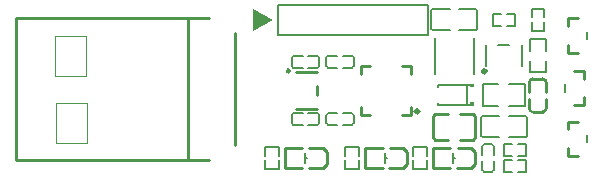
<source format=gto>
G04 Layer: TopSilkLayer*
G04 EasyEDA v6.4.25, 2021-11-13T21:47:53+08:00*
G04 5f2a3f83ced14d76a3667b2aff7d93ec,987c639a94b84ffc8c6145f2c3ae8d38,10*
G04 Gerber Generator version 0.2*
G04 Scale: 100 percent, Rotated: No, Reflected: No *
G04 Dimensions in millimeters *
G04 leading zeros omitted , absolute positions ,4 integer and 5 decimal *
%FSLAX45Y45*%
%MOMM*%

%ADD10C,0.2540*%
%ADD11C,0.2000*%
%ADD36C,0.1524*%
%ADD37C,0.1016*%
%ADD38C,0.2030*%
%ADD39C,0.1500*%
%ADD40C,0.2032*%
%ADD41C,0.2030*%
%ADD42C,0.3000*%

%LPD*%
G36*
X1186992Y17064024D02*
G01*
X1186992Y16873016D01*
X1352346Y16968520D01*
G37*
G36*
X3023006Y16270630D02*
G01*
X3023006Y16241166D01*
X3053486Y16241166D01*
X3053486Y16270630D01*
G37*
G36*
X3023006Y16429634D02*
G01*
X3023006Y16400119D01*
X3053486Y16400119D01*
X3053486Y16429634D01*
G37*
D36*
X3332614Y17019826D02*
G01*
X3404417Y17019826D01*
X3404417Y16920105D01*
X3332614Y16920105D01*
X3287372Y17019826D02*
G01*
X3215568Y17019826D01*
X3215568Y16920105D01*
X3287372Y16920105D01*
X3131372Y15974606D02*
G01*
X3272373Y15974606D01*
X3272373Y16155327D02*
G01*
X3131372Y16155327D01*
X3116132Y16140087D02*
G01*
X3116132Y15989846D01*
X3493612Y15974606D02*
G01*
X3352612Y15974606D01*
X3352612Y16155327D02*
G01*
X3493612Y16155327D01*
X3508852Y16140087D02*
G01*
X3508852Y15989846D01*
D10*
X3637470Y16190965D02*
G01*
X3557468Y16190965D01*
X3668455Y16301940D02*
G01*
X3668455Y16221943D01*
X3526490Y16301940D02*
G01*
X3526490Y16221943D01*
X3669037Y16359530D02*
G01*
X3669037Y16439530D01*
X3638054Y16470513D02*
G01*
X3558057Y16470513D01*
X3527077Y16359530D02*
G01*
X3527077Y16439530D01*
D36*
X2708874Y16879605D02*
G01*
X2849874Y16879605D01*
X2849874Y17060326D02*
G01*
X2708874Y17060326D01*
X2693634Y17045086D02*
G01*
X2693634Y16894845D01*
X3071113Y16879605D02*
G01*
X2930113Y16879605D01*
X2930113Y17060326D02*
G01*
X3071113Y17060326D01*
X3086354Y17045086D02*
G01*
X3086354Y16894845D01*
X3427618Y15917318D02*
G01*
X3499418Y15917318D01*
X3499418Y15817608D01*
X3427618Y15817608D01*
X3382378Y15917318D02*
G01*
X3310575Y15917318D01*
X3310575Y15817608D01*
X3382378Y15817608D01*
D10*
X1035994Y15912457D02*
G01*
X1035994Y16857499D01*
X636490Y15779163D02*
G01*
X636490Y16983123D01*
X-821786Y15781703D02*
G01*
X-821786Y16981700D01*
X816513Y15779163D02*
G01*
X-821786Y15779163D01*
X813973Y16983123D02*
G01*
X-821786Y16983123D01*
D37*
X-219806Y15929023D02*
G01*
X-481426Y15929023D01*
X-481426Y16266843D01*
X-219806Y16266843D01*
X-219806Y15929023D01*
X-224886Y16497983D02*
G01*
X-486506Y16497983D01*
X-486506Y16835803D01*
X-224886Y16835803D01*
X-224886Y16497983D01*
D36*
X1820656Y16565112D02*
G01*
X1899668Y16565112D01*
X1899668Y16664823D02*
G01*
X1820656Y16664823D01*
X1805421Y16649578D02*
G01*
X1805421Y16580347D01*
X2023894Y16565112D02*
G01*
X1944885Y16565112D01*
X1944885Y16664823D02*
G01*
X2023894Y16664823D01*
X2039129Y16649578D02*
G01*
X2039129Y16580347D01*
X1820664Y16080110D02*
G01*
X1899640Y16080110D01*
X1899640Y16179825D02*
G01*
X1820664Y16179825D01*
X1805419Y16164590D02*
G01*
X1805419Y16095339D01*
X2023887Y16080110D02*
G01*
X1944877Y16080110D01*
X1944877Y16179825D02*
G01*
X2023887Y16179825D01*
X2039132Y16164590D02*
G01*
X2039132Y16095339D01*
D10*
X1727502Y16527472D02*
G01*
X1547500Y16527472D01*
X1727502Y16412474D02*
G01*
X1727502Y16332471D01*
X1727502Y16217470D02*
G01*
X1547500Y16217470D01*
D36*
X1528366Y16565107D02*
G01*
X1607375Y16565107D01*
X1607375Y16664828D02*
G01*
X1528366Y16664828D01*
X1513126Y16649588D02*
G01*
X1513126Y16580347D01*
X1731627Y16565107D02*
G01*
X1652617Y16565107D01*
X1652617Y16664828D02*
G01*
X1731627Y16664828D01*
X1746867Y16649588D02*
G01*
X1746867Y16580347D01*
X1528366Y16080107D02*
G01*
X1607375Y16080107D01*
X1607375Y16179827D02*
G01*
X1528366Y16179827D01*
X1513126Y16164587D02*
G01*
X1513126Y16095347D01*
X1731627Y16080107D02*
G01*
X1652617Y16080107D01*
X1652617Y16179827D02*
G01*
X1731627Y16179827D01*
X1746867Y16164587D02*
G01*
X1746867Y16095347D01*
D10*
X1453466Y15886341D02*
G01*
X1453466Y15713621D01*
X1453466Y15713621D02*
G01*
X1600786Y15713621D01*
X1453466Y15886341D02*
G01*
X1600786Y15886341D01*
X1659206Y15713621D02*
G01*
X1776046Y15713621D01*
X1661746Y15886341D02*
G01*
X1776046Y15886341D01*
X1776046Y15886341D02*
G01*
X1811606Y15850781D01*
X1811606Y15749181D01*
X1776046Y15713621D01*
D38*
X1622376Y15840621D02*
G01*
X1622376Y15761881D01*
X1622376Y15800776D02*
G01*
X1639912Y15800776D01*
D39*
X2087499Y15704980D02*
G01*
X1967494Y15704980D01*
X2087499Y15781980D02*
G01*
X2087499Y15704980D01*
X2087499Y15894982D02*
G01*
X1967494Y15894982D01*
X2087499Y15817982D02*
G01*
X2087499Y15894982D01*
X1967494Y15817982D02*
G01*
X1967494Y15894982D01*
X1967494Y15781980D02*
G01*
X1967494Y15704980D01*
X1405001Y15704980D02*
G01*
X1284996Y15704980D01*
X1405001Y15781980D02*
G01*
X1405001Y15704980D01*
X1405001Y15894982D02*
G01*
X1284996Y15894982D01*
X1405001Y15817982D02*
G01*
X1405001Y15894982D01*
X1284996Y15817982D02*
G01*
X1284996Y15894982D01*
X1284996Y15781980D02*
G01*
X1284996Y15704980D01*
D10*
X2099995Y16162467D02*
G01*
X2099995Y16235840D01*
X2519994Y16511633D02*
G01*
X2519994Y16582466D01*
X2519994Y16162467D02*
G01*
X2519994Y16235332D01*
X2173368Y16582466D02*
G01*
X2099995Y16582466D01*
X2519994Y16582466D02*
G01*
X2449669Y16582466D01*
X2173368Y16162467D02*
G01*
X2099995Y16162467D01*
X2519994Y16162467D02*
G01*
X2449669Y16162467D01*
X2099995Y16512141D02*
G01*
X2099995Y16582466D01*
D36*
X3224855Y15698337D02*
G01*
X3224855Y15777347D01*
X3125134Y15777347D02*
G01*
X3125134Y15698337D01*
X3140374Y15683097D02*
G01*
X3209615Y15683097D01*
X3224855Y15901598D02*
G01*
X3224855Y15822589D01*
X3125134Y15822589D02*
G01*
X3125134Y15901598D01*
X3140374Y15916838D02*
G01*
X3209615Y15916838D01*
X3030618Y16248766D02*
G01*
X2749384Y16248766D01*
X2749384Y16248766D02*
G01*
X2749384Y16265565D01*
X3030618Y16422004D02*
G01*
X2749384Y16422004D01*
X2749384Y16422004D02*
G01*
X2749384Y16405204D01*
X2994931Y16248766D02*
G01*
X2994931Y16422004D01*
D40*
X2725714Y16812166D02*
G01*
X2725714Y16512166D01*
X3054278Y16812709D02*
G01*
X3054278Y16512710D01*
D10*
X2940004Y15955736D02*
G01*
X3045002Y15955736D01*
X2940004Y16171738D02*
G01*
X3045002Y16171738D01*
X2840004Y15955736D02*
G01*
X2735005Y15955736D01*
X2840004Y16171738D02*
G01*
X2735005Y16171738D01*
X3068002Y15973739D02*
G01*
X3068002Y16153737D01*
X2712006Y15973739D02*
G01*
X2712006Y16153737D01*
X2735005Y15955736D02*
G01*
X2730007Y15955736D01*
X2712006Y15973737D01*
X3045002Y15955736D02*
G01*
X3049998Y15955736D01*
X3068002Y15973739D01*
X2735005Y16171738D02*
G01*
X2730007Y16171738D01*
X2712006Y16153737D01*
X3045002Y16171738D02*
G01*
X3050001Y16171738D01*
X3068002Y16153737D01*
X3903482Y16538465D02*
G01*
X3984990Y16538465D01*
X3984990Y16472476D01*
X3984990Y16312456D02*
G01*
X3984990Y16246467D01*
X3984990Y16312456D01*
X3984990Y16246467D01*
X3903482Y16246467D01*
D11*
X3829999Y16422463D02*
G01*
X3829999Y16362469D01*
D10*
X3936502Y16691467D02*
G01*
X3854993Y16691467D01*
X3854993Y16757456D01*
X3854993Y16917476D02*
G01*
X3854993Y16983466D01*
X3854993Y16917476D01*
X3854993Y16983466D01*
X3936502Y16983466D01*
D11*
X4009984Y16807469D02*
G01*
X4009984Y16867464D01*
D10*
X3936502Y15816468D02*
G01*
X3854993Y15816468D01*
X3854993Y15882457D01*
X3854993Y16042477D02*
G01*
X3854993Y16108466D01*
X3854993Y16042477D01*
X3854993Y16108466D01*
X3936502Y16108466D01*
D11*
X4009984Y15932470D02*
G01*
X4009984Y15992464D01*
D36*
X3357613Y16243256D02*
G01*
X3486106Y16243256D01*
X3486106Y16426675D01*
X3357613Y16426675D01*
X3262373Y16243256D02*
G01*
X3133879Y16243256D01*
X3133879Y16426675D01*
X3262373Y16426675D01*
X3427615Y15782328D02*
G01*
X3499418Y15782328D01*
X3499418Y15682607D01*
X3427615Y15682607D01*
X3382373Y15782328D02*
G01*
X3310569Y15782328D01*
X3310569Y15682607D01*
X3382373Y15682607D01*
X3465113Y16574848D02*
G01*
X3465113Y16755087D01*
X3154873Y16574848D02*
G01*
X3154873Y16755087D01*
X3355533Y16755087D02*
G01*
X3264453Y16755087D01*
D10*
X2135964Y15886341D02*
G01*
X2135964Y15713621D01*
X2135964Y15713621D02*
G01*
X2283284Y15713621D01*
X2135964Y15886341D02*
G01*
X2283284Y15886341D01*
X2341704Y15713621D02*
G01*
X2458544Y15713621D01*
X2344244Y15886341D02*
G01*
X2458544Y15886341D01*
X2458544Y15886341D02*
G01*
X2494104Y15850781D01*
X2494104Y15749181D01*
X2458544Y15713621D01*
D38*
X2304874Y15840621D02*
G01*
X2304874Y15761881D01*
X2304874Y15800776D02*
G01*
X2322410Y15800776D01*
D10*
X2710934Y15886341D02*
G01*
X2710934Y15713621D01*
X2710934Y15713621D02*
G01*
X2858254Y15713621D01*
X2710934Y15886341D02*
G01*
X2858254Y15886341D01*
X2916674Y15713621D02*
G01*
X3033514Y15713621D01*
X2919214Y15886341D02*
G01*
X3033514Y15886341D01*
X3033514Y15886341D02*
G01*
X3069074Y15850781D01*
X3069074Y15749181D01*
X3033514Y15713621D01*
D38*
X2879844Y15840621D02*
G01*
X2879844Y15761881D01*
X2879844Y15800776D02*
G01*
X2897380Y15800776D01*
D36*
X3663553Y16707589D02*
G01*
X3663553Y16803476D01*
X3531433Y16803476D01*
X3531433Y16707589D01*
X3663553Y16622346D02*
G01*
X3663553Y16526459D01*
X3531433Y16526459D01*
X3531433Y16622346D01*
X3647353Y16947344D02*
G01*
X3647353Y16875541D01*
X3547633Y16875541D01*
X3547633Y16947344D01*
X3647353Y16992587D02*
G01*
X3647353Y17064390D01*
X3547633Y17064390D01*
X3547633Y16992587D01*
D39*
X2662511Y15704980D02*
G01*
X2542506Y15704980D01*
X2662511Y15781980D02*
G01*
X2662511Y15704980D01*
X2662511Y15894982D02*
G01*
X2542506Y15894982D01*
X2662511Y15817982D02*
G01*
X2662511Y15894982D01*
X2542506Y15817982D02*
G01*
X2542506Y15894982D01*
X2542506Y15781980D02*
G01*
X2542506Y15704980D01*
D40*
X1585501Y17097009D02*
G01*
X1395001Y17097009D01*
X1395001Y16843009D01*
X2665001Y16843009D01*
X2665001Y17097009D01*
D41*
X2665001Y17097009D02*
G01*
X1585501Y17097009D01*
D36*
G75*
G01*
X3131373Y16155327D02*
G03*
X3116133Y16140087I0J-15240D01*
G75*
G01*
X3116133Y15989846D02*
G03*
X3131373Y15974606I15240J0D01*
G75*
G01*
X3493613Y16155327D02*
G02*
X3508853Y16140087I0J-15240D01*
G75*
G01*
X3508853Y15989846D02*
G02*
X3493613Y15974606I-15240J0D01*
D10*
G75*
G01*
X3638055Y16470518D02*
G02*
X3669038Y16439535I0J-30983D01*
G75*
G01*
X3527072Y16439535D02*
G02*
X3558057Y16470518I30983J0D01*
G75*
G01*
X3668456Y16221949D02*
G02*
X3637471Y16190966I-30983J0D01*
G75*
G01*
X3557473Y16190966D02*
G02*
X3526490Y16221949I0J30983D01*
D36*
G75*
G01*
X2708874Y17060327D02*
G03*
X2693634Y17045087I0J-15240D01*
G75*
G01*
X2693634Y16894846D02*
G03*
X2708874Y16879606I15240J0D01*
G75*
G01*
X3071114Y17060327D02*
G02*
X3086354Y17045087I0J-15240D01*
G75*
G01*
X3086354Y16894846D02*
G02*
X3071114Y16879606I-15240J0D01*
G75*
G01*
X1820657Y16664823D02*
G03*
X1805422Y16649578I5J-15240D01*
G75*
G01*
X1805422Y16580348D02*
G03*
X1820657Y16565113I15240J5D01*
G75*
G01*
X2023895Y16664823D02*
G02*
X2039130Y16649578I-5J-15240D01*
G75*
G01*
X2039130Y16580348D02*
G02*
X2023895Y16565113I-15240J5D01*
G75*
G01*
X1820664Y16179825D02*
G03*
X1805419Y16164590I-5J-15240D01*
G75*
G01*
X1805419Y16095340D02*
G03*
X1820664Y16080110I15240J10D01*
G75*
G01*
X2023887Y16179825D02*
G02*
X2039132Y16164590I5J-15240D01*
G75*
G01*
X2039132Y16095340D02*
G02*
X2023887Y16080110I-15240J10D01*
G75*
G01*
X1528366Y16664828D02*
G03*
X1513126Y16649588I0J-15240D01*
G75*
G01*
X1513126Y16580348D02*
G03*
X1528366Y16565108I15240J0D01*
G75*
G01*
X1731627Y16664828D02*
G02*
X1746867Y16649588I0J-15240D01*
G75*
G01*
X1746867Y16580348D02*
G02*
X1731627Y16565108I-15240J0D01*
G75*
G01*
X1528366Y16179828D02*
G03*
X1513126Y16164588I0J-15240D01*
G75*
G01*
X1513126Y16095348D02*
G03*
X1528366Y16080108I15240J0D01*
G75*
G01*
X1731627Y16179828D02*
G02*
X1746867Y16164588I0J-15240D01*
G75*
G01*
X1746867Y16095348D02*
G02*
X1731627Y16080108I-15240J0D01*
D42*
G75*
G01*
X2558915Y16192127D02*
G03*
X2558915Y16192381I15001J127D01*
D36*
G75*
G01*
X3125135Y15698338D02*
G03*
X3140375Y15683098I15240J0D01*
G75*
G01*
X3209615Y15683098D02*
G03*
X3224855Y15698338I0J15240D01*
G75*
G01*
X3125135Y15901599D02*
G02*
X3140375Y15916839I15240J0D01*
G75*
G01*
X3209615Y15916839D02*
G02*
X3224855Y15901599I0J-15240D01*
D10*
G75*
G01
X1497813Y16537559D02*
G03X1497813Y16537559I-12700J0D01*
D42*
G75*
G01
X3158185Y16534968D02*
G03X3158185Y16534968I-15011J0D01*
M02*

</source>
